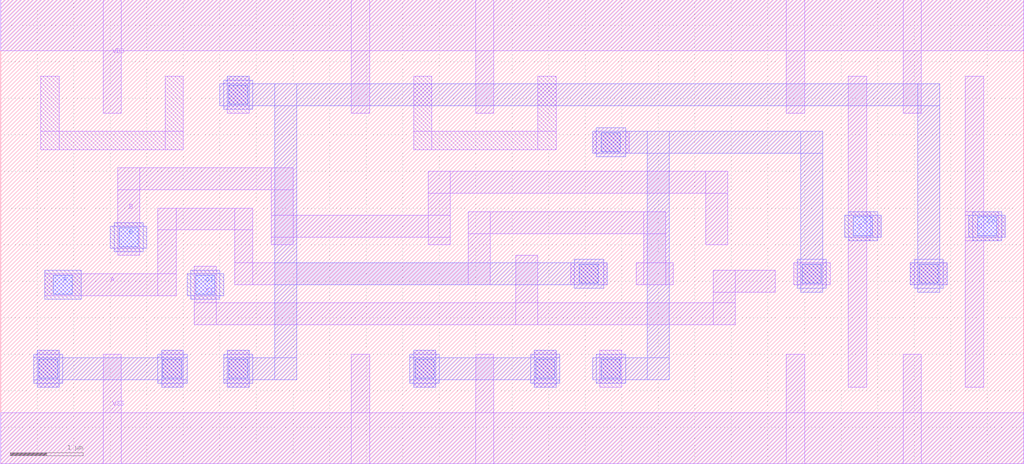
<source format=lef>
# Copyright 2022 Google LLC
# Licensed under the Apache License, Version 2.0 (the "License");
# you may not use this file except in compliance with the License.
# You may obtain a copy of the License at
#
#      http://www.apache.org/licenses/LICENSE-2.0
#
# Unless required by applicable law or agreed to in writing, software
# distributed under the License is distributed on an "AS IS" BASIS,
# WITHOUT WARRANTIES OR CONDITIONS OF ANY KIND, either express or implied.
# See the License for the specific language governing permissions and
# limitations under the License.
VERSION 5.7 ;
BUSBITCHARS "[]" ;
DIVIDERCHAR "/" ;

MACRO gf180mcu_osu_sc_gp9t3v3__addf_1
  CLASS CORE ;
  ORIGIN 0 0 ;
  FOREIGN gf180mcu_osu_sc_gp9t3v3__addf_1 0 0 ;
  SIZE 14 BY 6.35 ;
  SYMMETRY X Y ;
  SITE gf180mcu_osu_sc_gp9t3v3 ;
  PIN VDD
    DIRECTION INOUT ;
    USE POWER ;
    SHAPE ABUTMENT ;
    PORT
      LAYER Metal1 ;
        RECT 0 5.65 14 6.35 ;
        RECT 12.35 4.8 12.6 6.35 ;
        RECT 10.75 4.8 11 6.35 ;
        RECT 6.5 4.8 6.75 6.35 ;
        RECT 4.8 4.8 5.05 6.35 ;
        RECT 1.4 4.8 1.65 6.35 ;
    END
  END VDD
  PIN VSS
    DIRECTION INOUT ;
    USE GROUND ;
    SHAPE ABUTMENT ;
    PORT
      LAYER Metal1 ;
        RECT 0 0 14 0.7 ;
        RECT 12.35 0 12.6 1.5 ;
        RECT 10.75 0 11 1.5 ;
        RECT 6.5 0 6.75 1.5 ;
        RECT 4.8 0 5.05 1.5 ;
        RECT 1.4 0 1.65 1.5 ;
    END
  END VSS
  PIN A
    DIRECTION INPUT ;
    USE SIGNAL ;
    PORT
      LAYER Metal1 ;
        RECT 8.7 2.45 9.2 2.75 ;
        RECT 6.4 3.15 9.1 3.45 ;
        RECT 8.8 2.45 9.1 3.45 ;
        RECT 6.4 2.45 6.7 3.45 ;
        RECT 3.2 2.45 6.7 2.75 ;
        RECT 2.15 3.2 3.45 3.5 ;
        RECT 3.2 2.45 3.45 3.5 ;
        RECT 2.15 2.3 2.4 3.5 ;
        RECT 0.6 2.3 2.4 2.6 ;
      LAYER Metal2 ;
        RECT 0.6 2.25 1.1 2.65 ;
      LAYER Via1 ;
        RECT 0.72 2.32 0.98 2.58 ;
    END
  END A
  PIN B
    DIRECTION INPUT ;
    USE SIGNAL ;
    PORT
      LAYER Metal1 ;
        RECT 5.85 3.7 9.95 4 ;
        RECT 9.65 3 9.95 4 ;
        RECT 5.85 3 6.15 4 ;
        RECT 3.7 3.1 6.15 3.4 ;
        RECT 1.6 3.75 4 4.05 ;
        RECT 3.7 3 4 4.05 ;
        RECT 1.6 2.85 1.9 4.05 ;
      LAYER Metal2 ;
        RECT 1.5 2.95 2 3.25 ;
        RECT 1.55 2.9 1.95 3.3 ;
      LAYER Via1 ;
        RECT 1.62 2.97 1.88 3.23 ;
    END
  END B
  PIN CI
    DIRECTION INPUT ;
    USE SIGNAL ;
    PORT
      LAYER Metal1 ;
        RECT 9.75 2.35 10.6 2.65 ;
        RECT 9.75 1.9 10.05 2.65 ;
        RECT 2.65 1.9 10.05 2.2 ;
        RECT 7.05 1.9 7.35 2.85 ;
        RECT 2.65 1.9 2.95 2.7 ;
      LAYER Metal2 ;
        RECT 2.55 2.3 3.05 2.6 ;
        RECT 2.6 2.25 3 2.65 ;
      LAYER Via1 ;
        RECT 2.67 2.32 2.93 2.58 ;
    END
  END CI
  PIN CO
    DIRECTION OUTPUT ;
    USE SIGNAL ;
    PORT
      LAYER Metal1 ;
        RECT 13.2 3.1 13.75 3.4 ;
        RECT 13.2 3.05 13.65 3.45 ;
        RECT 13.2 1.05 13.45 5.3 ;
      LAYER Metal2 ;
        RECT 13.25 3.1 13.75 3.4 ;
        RECT 13.3 3.05 13.7 3.45 ;
      LAYER Via1 ;
        RECT 13.37 3.12 13.63 3.38 ;
    END
  END CO
  PIN S
    DIRECTION OUTPUT ;
    USE SIGNAL ;
    PORT
      LAYER Metal1 ;
        RECT 11.6 3.1 12.05 3.4 ;
        RECT 11.6 3.05 11.9 3.45 ;
        RECT 11.6 1.05 11.85 5.3 ;
      LAYER Metal2 ;
        RECT 11.55 3.1 12.05 3.4 ;
        RECT 11.6 3.05 12 3.45 ;
      LAYER Via1 ;
        RECT 11.67 3.12 11.93 3.38 ;
    END
  END S
  OBS
    LAYER Metal2 ;
      RECT 3.1 4.85 3.4 5.3 ;
      RECT 3.05 4.85 3.45 5.25 ;
      RECT 3 4.9 12.85 5.2 ;
      RECT 12.55 2.35 12.85 5.2 ;
      RECT 3.75 1.15 4.05 5.2 ;
      RECT 12.5 2.4 12.9 2.8 ;
      RECT 7.85 2.4 8.25 2.8 ;
      RECT 12.45 2.45 12.95 2.75 ;
      RECT 3.75 2.45 8.3 2.75 ;
      RECT 3.1 1.05 3.4 1.55 ;
      RECT 3.05 1.1 3.45 1.5 ;
      RECT 3.05 1.15 4.05 1.45 ;
      RECT 8.15 4.2 8.55 4.6 ;
      RECT 8.1 4.25 11.25 4.55 ;
      RECT 10.95 2.35 11.25 4.55 ;
      RECT 8.85 1.15 9.15 4.55 ;
      RECT 10.9 2.4 11.3 2.8 ;
      RECT 8.15 1.1 8.55 1.5 ;
      RECT 8.1 1.15 9.15 1.45 ;
      RECT 7.3 1.05 7.6 1.55 ;
      RECT 5.65 1.05 5.95 1.55 ;
      RECT 7.25 1.1 7.65 1.5 ;
      RECT 5.6 1.1 6 1.5 ;
      RECT 5.6 1.15 7.65 1.45 ;
      RECT 2.2 1.05 2.5 1.55 ;
      RECT 0.5 1.05 0.8 1.55 ;
      RECT 2.15 1.1 2.55 1.5 ;
      RECT 0.45 1.1 0.85 1.5 ;
      RECT 0.45 1.15 2.55 1.45 ;
    LAYER Via1 ;
      RECT 12.57 2.47 12.83 2.73 ;
      RECT 10.97 2.47 11.23 2.73 ;
      RECT 8.22 1.17 8.48 1.43 ;
      RECT 8.22 4.27 8.48 4.53 ;
      RECT 7.92 2.47 8.18 2.73 ;
      RECT 7.32 1.17 7.58 1.43 ;
      RECT 5.67 1.17 5.93 1.43 ;
      RECT 3.12 1.17 3.38 1.43 ;
      RECT 3.12 4.92 3.38 5.18 ;
      RECT 2.22 1.17 2.48 1.43 ;
      RECT 0.52 1.17 0.78 1.43 ;
    LAYER Metal1 ;
      RECT 7.35 4.3 7.6 5.3 ;
      RECT 5.65 4.3 5.9 5.3 ;
      RECT 5.65 4.3 7.6 4.55 ;
      RECT 2.25 4.3 2.5 5.3 ;
      RECT 0.55 4.3 0.8 5.3 ;
      RECT 0.55 4.3 2.5 4.55 ;
      RECT 12.45 2.45 12.95 2.75 ;
      RECT 10.85 2.45 11.35 2.75 ;
      RECT 8.1 4.25 8.6 4.55 ;
      RECT 8.2 1.05 8.5 1.55 ;
      RECT 7.8 2.45 8.3 2.75 ;
      RECT 7.3 1.05 7.6 1.55 ;
      RECT 5.65 1.05 5.95 1.55 ;
      RECT 3.1 1.05 3.4 1.55 ;
      RECT 3.1 4.8 3.4 5.3 ;
      RECT 2.2 1.05 2.5 1.55 ;
      RECT 0.5 1.05 0.8 1.55 ;
  END
END gf180mcu_osu_sc_gp9t3v3__addf_1

</source>
